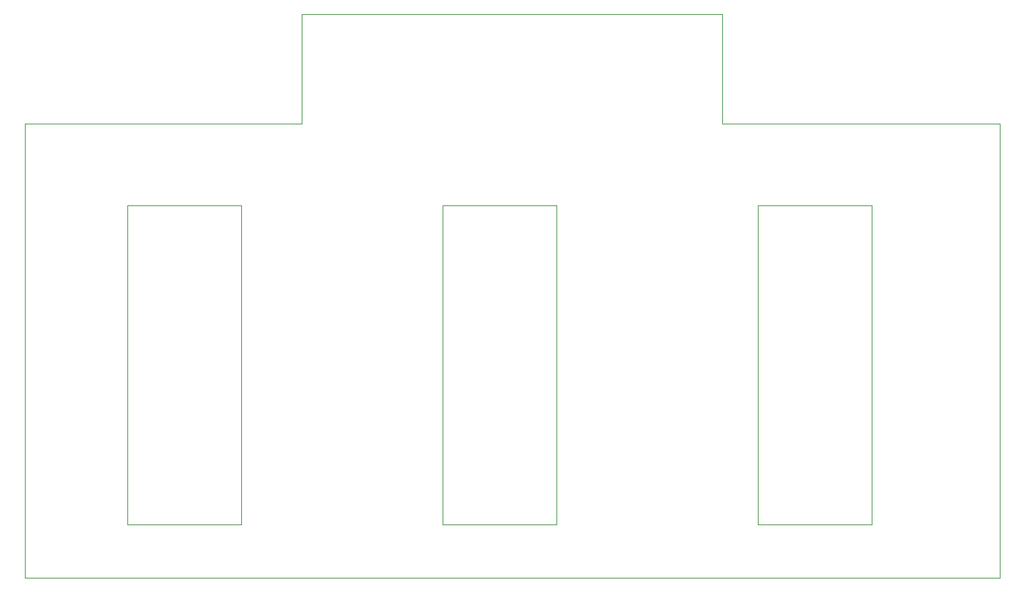
<source format=gbr>
%TF.GenerationSoftware,KiCad,Pcbnew,8.0.5*%
%TF.CreationDate,2024-09-30T14:26:47-04:00*%
%TF.ProjectId,LowerPOGO,4c6f7765-7250-44f4-974f-2e6b69636164,v4*%
%TF.SameCoordinates,Original*%
%TF.FileFunction,Profile,NP*%
%FSLAX46Y46*%
G04 Gerber Fmt 4.6, Leading zero omitted, Abs format (unit mm)*
G04 Created by KiCad (PCBNEW 8.0.5) date 2024-09-30 14:26:47*
%MOMM*%
%LPD*%
G01*
G04 APERTURE LIST*
%TA.AperFunction,Profile*%
%ADD10C,0.050000*%
%TD*%
G04 APERTURE END LIST*
D10*
X172000000Y-104750000D02*
X205000000Y-104750000D01*
X101250000Y-114500000D02*
X114750000Y-114500000D01*
X114750000Y-152500000D01*
X101250000Y-152500000D01*
X101250000Y-114500000D01*
X205000000Y-158863094D02*
X89000000Y-158863094D01*
X122000000Y-91750000D02*
X172000000Y-91750000D01*
X172000000Y-91750000D02*
X172000000Y-104750000D01*
X176250000Y-114500000D02*
X189750000Y-114500000D01*
X189750000Y-152500000D01*
X176250000Y-152500000D01*
X176250000Y-114500000D01*
X122000000Y-104750000D02*
X122000000Y-91750000D01*
X89000000Y-104750000D02*
X122000000Y-104750000D01*
X205000000Y-104750000D02*
X205000000Y-158863094D01*
X89000000Y-158863094D02*
X89000000Y-104750000D01*
X138750000Y-114500000D02*
X152250000Y-114500000D01*
X152250000Y-152500000D01*
X138750000Y-152500000D01*
X138750000Y-114500000D01*
M02*

</source>
